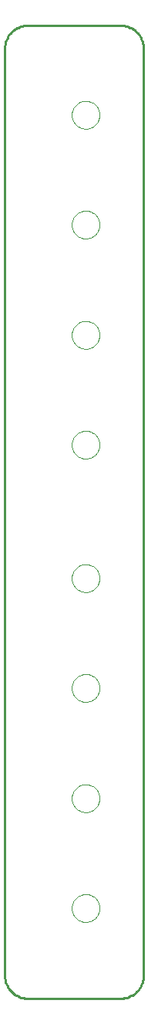
<source format=gtl>
G75*
G70*
%OFA0B0*%
%FSLAX24Y24*%
%IPPOS*%
%LPD*%
%AMOC8*
5,1,8,0,0,1.08239X$1,22.5*
%
%ADD10C,0.0100*%
%ADD11C,0.0000*%
D10*
X000151Y001151D02*
X000151Y041151D01*
X000153Y041211D01*
X000158Y041272D01*
X000167Y041331D01*
X000180Y041390D01*
X000196Y041449D01*
X000216Y041506D01*
X000239Y041561D01*
X000266Y041616D01*
X000295Y041668D01*
X000328Y041719D01*
X000364Y041768D01*
X000402Y041814D01*
X000444Y041858D01*
X000488Y041900D01*
X000534Y041938D01*
X000583Y041974D01*
X000634Y042007D01*
X000686Y042036D01*
X000741Y042063D01*
X000796Y042086D01*
X000853Y042106D01*
X000912Y042122D01*
X000971Y042135D01*
X001030Y042144D01*
X001091Y042149D01*
X001151Y042151D01*
X005151Y042151D01*
X005211Y042149D01*
X005272Y042144D01*
X005331Y042135D01*
X005390Y042122D01*
X005449Y042106D01*
X005506Y042086D01*
X005561Y042063D01*
X005616Y042036D01*
X005668Y042007D01*
X005719Y041974D01*
X005768Y041938D01*
X005814Y041900D01*
X005858Y041858D01*
X005900Y041814D01*
X005938Y041768D01*
X005974Y041719D01*
X006007Y041668D01*
X006036Y041616D01*
X006063Y041561D01*
X006086Y041506D01*
X006106Y041449D01*
X006122Y041390D01*
X006135Y041331D01*
X006144Y041272D01*
X006149Y041211D01*
X006151Y041151D01*
X006151Y003651D01*
X006151Y001151D01*
X006151Y003651D02*
X006151Y004151D01*
X006151Y001151D02*
X006149Y001091D01*
X006144Y001030D01*
X006135Y000971D01*
X006122Y000912D01*
X006106Y000853D01*
X006086Y000796D01*
X006063Y000741D01*
X006036Y000686D01*
X006007Y000634D01*
X005974Y000583D01*
X005938Y000534D01*
X005900Y000488D01*
X005858Y000444D01*
X005814Y000402D01*
X005768Y000364D01*
X005719Y000328D01*
X005668Y000295D01*
X005616Y000266D01*
X005561Y000239D01*
X005506Y000216D01*
X005449Y000196D01*
X005390Y000180D01*
X005331Y000167D01*
X005272Y000158D01*
X005211Y000153D01*
X005151Y000151D01*
X001151Y000151D01*
X001091Y000153D01*
X001030Y000158D01*
X000971Y000167D01*
X000912Y000180D01*
X000853Y000196D01*
X000796Y000216D01*
X000741Y000239D01*
X000686Y000266D01*
X000634Y000295D01*
X000583Y000328D01*
X000534Y000364D01*
X000488Y000402D01*
X000444Y000444D01*
X000402Y000488D01*
X000364Y000534D01*
X000328Y000583D01*
X000295Y000634D01*
X000266Y000686D01*
X000239Y000741D01*
X000216Y000796D01*
X000196Y000853D01*
X000180Y000912D01*
X000167Y000971D01*
X000158Y001030D01*
X000153Y001091D01*
X000151Y001151D01*
D11*
X003051Y004051D02*
X003053Y004100D01*
X003059Y004148D01*
X003069Y004196D01*
X003083Y004243D01*
X003100Y004289D01*
X003121Y004333D01*
X003146Y004375D01*
X003174Y004415D01*
X003206Y004453D01*
X003240Y004488D01*
X003277Y004520D01*
X003316Y004549D01*
X003358Y004575D01*
X003402Y004597D01*
X003447Y004615D01*
X003494Y004630D01*
X003541Y004641D01*
X003590Y004648D01*
X003639Y004651D01*
X003688Y004650D01*
X003736Y004645D01*
X003785Y004636D01*
X003832Y004623D01*
X003878Y004606D01*
X003922Y004586D01*
X003965Y004562D01*
X004006Y004535D01*
X004044Y004504D01*
X004080Y004471D01*
X004112Y004435D01*
X004142Y004396D01*
X004169Y004355D01*
X004192Y004311D01*
X004211Y004266D01*
X004227Y004220D01*
X004239Y004173D01*
X004247Y004124D01*
X004251Y004075D01*
X004251Y004027D01*
X004247Y003978D01*
X004239Y003929D01*
X004227Y003882D01*
X004211Y003836D01*
X004192Y003791D01*
X004169Y003747D01*
X004142Y003706D01*
X004112Y003667D01*
X004080Y003631D01*
X004044Y003598D01*
X004006Y003567D01*
X003965Y003540D01*
X003922Y003516D01*
X003878Y003496D01*
X003832Y003479D01*
X003785Y003466D01*
X003736Y003457D01*
X003688Y003452D01*
X003639Y003451D01*
X003590Y003454D01*
X003541Y003461D01*
X003494Y003472D01*
X003447Y003487D01*
X003402Y003505D01*
X003358Y003527D01*
X003316Y003553D01*
X003277Y003582D01*
X003240Y003614D01*
X003206Y003649D01*
X003174Y003687D01*
X003146Y003727D01*
X003121Y003769D01*
X003100Y003813D01*
X003083Y003859D01*
X003069Y003906D01*
X003059Y003954D01*
X003053Y004002D01*
X003051Y004051D01*
X003051Y008789D02*
X003053Y008838D01*
X003059Y008886D01*
X003069Y008934D01*
X003083Y008981D01*
X003100Y009027D01*
X003121Y009071D01*
X003146Y009113D01*
X003174Y009153D01*
X003206Y009191D01*
X003240Y009226D01*
X003277Y009258D01*
X003316Y009287D01*
X003358Y009313D01*
X003402Y009335D01*
X003447Y009353D01*
X003494Y009368D01*
X003541Y009379D01*
X003590Y009386D01*
X003639Y009389D01*
X003688Y009388D01*
X003736Y009383D01*
X003785Y009374D01*
X003832Y009361D01*
X003878Y009344D01*
X003922Y009324D01*
X003965Y009300D01*
X004006Y009273D01*
X004044Y009242D01*
X004080Y009209D01*
X004112Y009173D01*
X004142Y009134D01*
X004169Y009093D01*
X004192Y009049D01*
X004211Y009004D01*
X004227Y008958D01*
X004239Y008911D01*
X004247Y008862D01*
X004251Y008813D01*
X004251Y008765D01*
X004247Y008716D01*
X004239Y008667D01*
X004227Y008620D01*
X004211Y008574D01*
X004192Y008529D01*
X004169Y008485D01*
X004142Y008444D01*
X004112Y008405D01*
X004080Y008369D01*
X004044Y008336D01*
X004006Y008305D01*
X003965Y008278D01*
X003922Y008254D01*
X003878Y008234D01*
X003832Y008217D01*
X003785Y008204D01*
X003736Y008195D01*
X003688Y008190D01*
X003639Y008189D01*
X003590Y008192D01*
X003541Y008199D01*
X003494Y008210D01*
X003447Y008225D01*
X003402Y008243D01*
X003358Y008265D01*
X003316Y008291D01*
X003277Y008320D01*
X003240Y008352D01*
X003206Y008387D01*
X003174Y008425D01*
X003146Y008465D01*
X003121Y008507D01*
X003100Y008551D01*
X003083Y008597D01*
X003069Y008644D01*
X003059Y008692D01*
X003053Y008740D01*
X003051Y008789D01*
X003051Y013551D02*
X003053Y013600D01*
X003059Y013648D01*
X003069Y013696D01*
X003083Y013743D01*
X003100Y013789D01*
X003121Y013833D01*
X003146Y013875D01*
X003174Y013915D01*
X003206Y013953D01*
X003240Y013988D01*
X003277Y014020D01*
X003316Y014049D01*
X003358Y014075D01*
X003402Y014097D01*
X003447Y014115D01*
X003494Y014130D01*
X003541Y014141D01*
X003590Y014148D01*
X003639Y014151D01*
X003688Y014150D01*
X003736Y014145D01*
X003785Y014136D01*
X003832Y014123D01*
X003878Y014106D01*
X003922Y014086D01*
X003965Y014062D01*
X004006Y014035D01*
X004044Y014004D01*
X004080Y013971D01*
X004112Y013935D01*
X004142Y013896D01*
X004169Y013855D01*
X004192Y013811D01*
X004211Y013766D01*
X004227Y013720D01*
X004239Y013673D01*
X004247Y013624D01*
X004251Y013575D01*
X004251Y013527D01*
X004247Y013478D01*
X004239Y013429D01*
X004227Y013382D01*
X004211Y013336D01*
X004192Y013291D01*
X004169Y013247D01*
X004142Y013206D01*
X004112Y013167D01*
X004080Y013131D01*
X004044Y013098D01*
X004006Y013067D01*
X003965Y013040D01*
X003922Y013016D01*
X003878Y012996D01*
X003832Y012979D01*
X003785Y012966D01*
X003736Y012957D01*
X003688Y012952D01*
X003639Y012951D01*
X003590Y012954D01*
X003541Y012961D01*
X003494Y012972D01*
X003447Y012987D01*
X003402Y013005D01*
X003358Y013027D01*
X003316Y013053D01*
X003277Y013082D01*
X003240Y013114D01*
X003206Y013149D01*
X003174Y013187D01*
X003146Y013227D01*
X003121Y013269D01*
X003100Y013313D01*
X003083Y013359D01*
X003069Y013406D01*
X003059Y013454D01*
X003053Y013502D01*
X003051Y013551D01*
X003051Y018289D02*
X003053Y018338D01*
X003059Y018386D01*
X003069Y018434D01*
X003083Y018481D01*
X003100Y018527D01*
X003121Y018571D01*
X003146Y018613D01*
X003174Y018653D01*
X003206Y018691D01*
X003240Y018726D01*
X003277Y018758D01*
X003316Y018787D01*
X003358Y018813D01*
X003402Y018835D01*
X003447Y018853D01*
X003494Y018868D01*
X003541Y018879D01*
X003590Y018886D01*
X003639Y018889D01*
X003688Y018888D01*
X003736Y018883D01*
X003785Y018874D01*
X003832Y018861D01*
X003878Y018844D01*
X003922Y018824D01*
X003965Y018800D01*
X004006Y018773D01*
X004044Y018742D01*
X004080Y018709D01*
X004112Y018673D01*
X004142Y018634D01*
X004169Y018593D01*
X004192Y018549D01*
X004211Y018504D01*
X004227Y018458D01*
X004239Y018411D01*
X004247Y018362D01*
X004251Y018313D01*
X004251Y018265D01*
X004247Y018216D01*
X004239Y018167D01*
X004227Y018120D01*
X004211Y018074D01*
X004192Y018029D01*
X004169Y017985D01*
X004142Y017944D01*
X004112Y017905D01*
X004080Y017869D01*
X004044Y017836D01*
X004006Y017805D01*
X003965Y017778D01*
X003922Y017754D01*
X003878Y017734D01*
X003832Y017717D01*
X003785Y017704D01*
X003736Y017695D01*
X003688Y017690D01*
X003639Y017689D01*
X003590Y017692D01*
X003541Y017699D01*
X003494Y017710D01*
X003447Y017725D01*
X003402Y017743D01*
X003358Y017765D01*
X003316Y017791D01*
X003277Y017820D01*
X003240Y017852D01*
X003206Y017887D01*
X003174Y017925D01*
X003146Y017965D01*
X003121Y018007D01*
X003100Y018051D01*
X003083Y018097D01*
X003069Y018144D01*
X003059Y018192D01*
X003053Y018240D01*
X003051Y018289D01*
X003051Y024051D02*
X003053Y024100D01*
X003059Y024148D01*
X003069Y024196D01*
X003083Y024243D01*
X003100Y024289D01*
X003121Y024333D01*
X003146Y024375D01*
X003174Y024415D01*
X003206Y024453D01*
X003240Y024488D01*
X003277Y024520D01*
X003316Y024549D01*
X003358Y024575D01*
X003402Y024597D01*
X003447Y024615D01*
X003494Y024630D01*
X003541Y024641D01*
X003590Y024648D01*
X003639Y024651D01*
X003688Y024650D01*
X003736Y024645D01*
X003785Y024636D01*
X003832Y024623D01*
X003878Y024606D01*
X003922Y024586D01*
X003965Y024562D01*
X004006Y024535D01*
X004044Y024504D01*
X004080Y024471D01*
X004112Y024435D01*
X004142Y024396D01*
X004169Y024355D01*
X004192Y024311D01*
X004211Y024266D01*
X004227Y024220D01*
X004239Y024173D01*
X004247Y024124D01*
X004251Y024075D01*
X004251Y024027D01*
X004247Y023978D01*
X004239Y023929D01*
X004227Y023882D01*
X004211Y023836D01*
X004192Y023791D01*
X004169Y023747D01*
X004142Y023706D01*
X004112Y023667D01*
X004080Y023631D01*
X004044Y023598D01*
X004006Y023567D01*
X003965Y023540D01*
X003922Y023516D01*
X003878Y023496D01*
X003832Y023479D01*
X003785Y023466D01*
X003736Y023457D01*
X003688Y023452D01*
X003639Y023451D01*
X003590Y023454D01*
X003541Y023461D01*
X003494Y023472D01*
X003447Y023487D01*
X003402Y023505D01*
X003358Y023527D01*
X003316Y023553D01*
X003277Y023582D01*
X003240Y023614D01*
X003206Y023649D01*
X003174Y023687D01*
X003146Y023727D01*
X003121Y023769D01*
X003100Y023813D01*
X003083Y023859D01*
X003069Y023906D01*
X003059Y023954D01*
X003053Y024002D01*
X003051Y024051D01*
X003051Y028789D02*
X003053Y028838D01*
X003059Y028886D01*
X003069Y028934D01*
X003083Y028981D01*
X003100Y029027D01*
X003121Y029071D01*
X003146Y029113D01*
X003174Y029153D01*
X003206Y029191D01*
X003240Y029226D01*
X003277Y029258D01*
X003316Y029287D01*
X003358Y029313D01*
X003402Y029335D01*
X003447Y029353D01*
X003494Y029368D01*
X003541Y029379D01*
X003590Y029386D01*
X003639Y029389D01*
X003688Y029388D01*
X003736Y029383D01*
X003785Y029374D01*
X003832Y029361D01*
X003878Y029344D01*
X003922Y029324D01*
X003965Y029300D01*
X004006Y029273D01*
X004044Y029242D01*
X004080Y029209D01*
X004112Y029173D01*
X004142Y029134D01*
X004169Y029093D01*
X004192Y029049D01*
X004211Y029004D01*
X004227Y028958D01*
X004239Y028911D01*
X004247Y028862D01*
X004251Y028813D01*
X004251Y028765D01*
X004247Y028716D01*
X004239Y028667D01*
X004227Y028620D01*
X004211Y028574D01*
X004192Y028529D01*
X004169Y028485D01*
X004142Y028444D01*
X004112Y028405D01*
X004080Y028369D01*
X004044Y028336D01*
X004006Y028305D01*
X003965Y028278D01*
X003922Y028254D01*
X003878Y028234D01*
X003832Y028217D01*
X003785Y028204D01*
X003736Y028195D01*
X003688Y028190D01*
X003639Y028189D01*
X003590Y028192D01*
X003541Y028199D01*
X003494Y028210D01*
X003447Y028225D01*
X003402Y028243D01*
X003358Y028265D01*
X003316Y028291D01*
X003277Y028320D01*
X003240Y028352D01*
X003206Y028387D01*
X003174Y028425D01*
X003146Y028465D01*
X003121Y028507D01*
X003100Y028551D01*
X003083Y028597D01*
X003069Y028644D01*
X003059Y028692D01*
X003053Y028740D01*
X003051Y028789D01*
X003051Y033551D02*
X003053Y033600D01*
X003059Y033648D01*
X003069Y033696D01*
X003083Y033743D01*
X003100Y033789D01*
X003121Y033833D01*
X003146Y033875D01*
X003174Y033915D01*
X003206Y033953D01*
X003240Y033988D01*
X003277Y034020D01*
X003316Y034049D01*
X003358Y034075D01*
X003402Y034097D01*
X003447Y034115D01*
X003494Y034130D01*
X003541Y034141D01*
X003590Y034148D01*
X003639Y034151D01*
X003688Y034150D01*
X003736Y034145D01*
X003785Y034136D01*
X003832Y034123D01*
X003878Y034106D01*
X003922Y034086D01*
X003965Y034062D01*
X004006Y034035D01*
X004044Y034004D01*
X004080Y033971D01*
X004112Y033935D01*
X004142Y033896D01*
X004169Y033855D01*
X004192Y033811D01*
X004211Y033766D01*
X004227Y033720D01*
X004239Y033673D01*
X004247Y033624D01*
X004251Y033575D01*
X004251Y033527D01*
X004247Y033478D01*
X004239Y033429D01*
X004227Y033382D01*
X004211Y033336D01*
X004192Y033291D01*
X004169Y033247D01*
X004142Y033206D01*
X004112Y033167D01*
X004080Y033131D01*
X004044Y033098D01*
X004006Y033067D01*
X003965Y033040D01*
X003922Y033016D01*
X003878Y032996D01*
X003832Y032979D01*
X003785Y032966D01*
X003736Y032957D01*
X003688Y032952D01*
X003639Y032951D01*
X003590Y032954D01*
X003541Y032961D01*
X003494Y032972D01*
X003447Y032987D01*
X003402Y033005D01*
X003358Y033027D01*
X003316Y033053D01*
X003277Y033082D01*
X003240Y033114D01*
X003206Y033149D01*
X003174Y033187D01*
X003146Y033227D01*
X003121Y033269D01*
X003100Y033313D01*
X003083Y033359D01*
X003069Y033406D01*
X003059Y033454D01*
X003053Y033502D01*
X003051Y033551D01*
X003051Y038289D02*
X003053Y038338D01*
X003059Y038386D01*
X003069Y038434D01*
X003083Y038481D01*
X003100Y038527D01*
X003121Y038571D01*
X003146Y038613D01*
X003174Y038653D01*
X003206Y038691D01*
X003240Y038726D01*
X003277Y038758D01*
X003316Y038787D01*
X003358Y038813D01*
X003402Y038835D01*
X003447Y038853D01*
X003494Y038868D01*
X003541Y038879D01*
X003590Y038886D01*
X003639Y038889D01*
X003688Y038888D01*
X003736Y038883D01*
X003785Y038874D01*
X003832Y038861D01*
X003878Y038844D01*
X003922Y038824D01*
X003965Y038800D01*
X004006Y038773D01*
X004044Y038742D01*
X004080Y038709D01*
X004112Y038673D01*
X004142Y038634D01*
X004169Y038593D01*
X004192Y038549D01*
X004211Y038504D01*
X004227Y038458D01*
X004239Y038411D01*
X004247Y038362D01*
X004251Y038313D01*
X004251Y038265D01*
X004247Y038216D01*
X004239Y038167D01*
X004227Y038120D01*
X004211Y038074D01*
X004192Y038029D01*
X004169Y037985D01*
X004142Y037944D01*
X004112Y037905D01*
X004080Y037869D01*
X004044Y037836D01*
X004006Y037805D01*
X003965Y037778D01*
X003922Y037754D01*
X003878Y037734D01*
X003832Y037717D01*
X003785Y037704D01*
X003736Y037695D01*
X003688Y037690D01*
X003639Y037689D01*
X003590Y037692D01*
X003541Y037699D01*
X003494Y037710D01*
X003447Y037725D01*
X003402Y037743D01*
X003358Y037765D01*
X003316Y037791D01*
X003277Y037820D01*
X003240Y037852D01*
X003206Y037887D01*
X003174Y037925D01*
X003146Y037965D01*
X003121Y038007D01*
X003100Y038051D01*
X003083Y038097D01*
X003069Y038144D01*
X003059Y038192D01*
X003053Y038240D01*
X003051Y038289D01*
M02*

</source>
